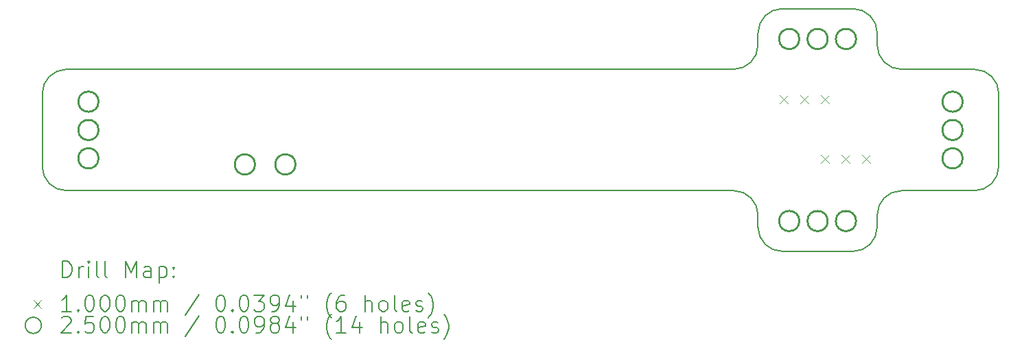
<source format=gbr>
%TF.GenerationSoftware,KiCad,Pcbnew,9.0.0*%
%TF.CreationDate,2025-03-27T20:29:22-05:00*%
%TF.ProjectId,PD_Board_v2,50445f42-6f61-4726-945f-76322e6b6963,rev?*%
%TF.SameCoordinates,Original*%
%TF.FileFunction,Drillmap*%
%TF.FilePolarity,Positive*%
%FSLAX45Y45*%
G04 Gerber Fmt 4.5, Leading zero omitted, Abs format (unit mm)*
G04 Created by KiCad (PCBNEW 9.0.0) date 2025-03-27 20:29:22*
%MOMM*%
%LPD*%
G01*
G04 APERTURE LIST*
%ADD10C,0.200000*%
%ADD11C,0.100000*%
%ADD12C,0.250000*%
G04 APERTURE END LIST*
D10*
X19725000Y-9325000D02*
X20625000Y-9325000D01*
X17955000Y-11125000D02*
X17955000Y-11275000D01*
X19425000Y-9025000D02*
X19425000Y-8875000D01*
X20925000Y-9625000D02*
X20925000Y-10525000D01*
X17655000Y-10825000D02*
X9425000Y-10825000D01*
X19425000Y-11125000D02*
G75*
G02*
X19725000Y-10825000I300000J0D01*
G01*
X9125000Y-9625000D02*
G75*
G02*
X9425000Y-9325000I300000J0D01*
G01*
X19125000Y-8575000D02*
G75*
G02*
X19425000Y-8875000I0J-300000D01*
G01*
X9125000Y-10525000D02*
X9125000Y-9625000D01*
X20625000Y-10825000D02*
X19725000Y-10825000D01*
X17955000Y-8875000D02*
X17955000Y-9025000D01*
X17955000Y-8875000D02*
G75*
G02*
X18255000Y-8575000I300000J0D01*
G01*
X9425000Y-10825000D02*
G75*
G02*
X9125000Y-10525000I0J300000D01*
G01*
X19425000Y-11125000D02*
X19425000Y-11275000D01*
X19725000Y-9325000D02*
G75*
G02*
X19425000Y-9025000I0J300000D01*
G01*
X20625000Y-9325000D02*
G75*
G02*
X20925000Y-9625000I0J-300000D01*
G01*
X17955000Y-9025000D02*
G75*
G02*
X17655000Y-9325000I-300000J0D01*
G01*
X19425000Y-11275000D02*
G75*
G02*
X19125000Y-11575000I-300000J0D01*
G01*
X20925000Y-10525000D02*
G75*
G02*
X20625000Y-10825000I-300000J0D01*
G01*
X9425000Y-9325000D02*
X17655000Y-9325000D01*
X17655000Y-10825000D02*
G75*
G02*
X17955000Y-11125000I0J-300000D01*
G01*
X19125000Y-8575000D02*
X18255000Y-8575000D01*
X18255000Y-11575000D02*
G75*
G02*
X17955000Y-11275000I0J300000D01*
G01*
X19125000Y-11575000D02*
X18255000Y-11575000D01*
D11*
X18222000Y-9645000D02*
X18322000Y-9745000D01*
X18322000Y-9645000D02*
X18222000Y-9745000D01*
X18476000Y-9645000D02*
X18576000Y-9745000D01*
X18576000Y-9645000D02*
X18476000Y-9745000D01*
X18730000Y-9645000D02*
X18830000Y-9745000D01*
X18830000Y-9645000D02*
X18730000Y-9745000D01*
X18733500Y-10385000D02*
X18833500Y-10485000D01*
X18833500Y-10385000D02*
X18733500Y-10485000D01*
X18987500Y-10385000D02*
X19087500Y-10485000D01*
X19087500Y-10385000D02*
X18987500Y-10485000D01*
X19241500Y-10385000D02*
X19341500Y-10485000D01*
X19341500Y-10385000D02*
X19241500Y-10485000D01*
D12*
X9820000Y-9725000D02*
G75*
G02*
X9570000Y-9725000I-125000J0D01*
G01*
X9570000Y-9725000D02*
G75*
G02*
X9820000Y-9725000I125000J0D01*
G01*
X9820000Y-10075000D02*
G75*
G02*
X9570000Y-10075000I-125000J0D01*
G01*
X9570000Y-10075000D02*
G75*
G02*
X9820000Y-10075000I125000J0D01*
G01*
X9820000Y-10425000D02*
G75*
G02*
X9570000Y-10425000I-125000J0D01*
G01*
X9570000Y-10425000D02*
G75*
G02*
X9820000Y-10425000I125000J0D01*
G01*
X11750000Y-10500000D02*
G75*
G02*
X11500000Y-10500000I-125000J0D01*
G01*
X11500000Y-10500000D02*
G75*
G02*
X11750000Y-10500000I125000J0D01*
G01*
X12250000Y-10500000D02*
G75*
G02*
X12000000Y-10500000I-125000J0D01*
G01*
X12000000Y-10500000D02*
G75*
G02*
X12250000Y-10500000I125000J0D01*
G01*
X18465000Y-8950000D02*
G75*
G02*
X18215000Y-8950000I-125000J0D01*
G01*
X18215000Y-8950000D02*
G75*
G02*
X18465000Y-8950000I125000J0D01*
G01*
X18465000Y-11200000D02*
G75*
G02*
X18215000Y-11200000I-125000J0D01*
G01*
X18215000Y-11200000D02*
G75*
G02*
X18465000Y-11200000I125000J0D01*
G01*
X18815000Y-8950000D02*
G75*
G02*
X18565000Y-8950000I-125000J0D01*
G01*
X18565000Y-8950000D02*
G75*
G02*
X18815000Y-8950000I125000J0D01*
G01*
X18815000Y-11200000D02*
G75*
G02*
X18565000Y-11200000I-125000J0D01*
G01*
X18565000Y-11200000D02*
G75*
G02*
X18815000Y-11200000I125000J0D01*
G01*
X19165000Y-8950000D02*
G75*
G02*
X18915000Y-8950000I-125000J0D01*
G01*
X18915000Y-8950000D02*
G75*
G02*
X19165000Y-8950000I125000J0D01*
G01*
X19165000Y-11200000D02*
G75*
G02*
X18915000Y-11200000I-125000J0D01*
G01*
X18915000Y-11200000D02*
G75*
G02*
X19165000Y-11200000I125000J0D01*
G01*
X20480000Y-9725000D02*
G75*
G02*
X20230000Y-9725000I-125000J0D01*
G01*
X20230000Y-9725000D02*
G75*
G02*
X20480000Y-9725000I125000J0D01*
G01*
X20480000Y-10075000D02*
G75*
G02*
X20230000Y-10075000I-125000J0D01*
G01*
X20230000Y-10075000D02*
G75*
G02*
X20480000Y-10075000I125000J0D01*
G01*
X20480000Y-10425000D02*
G75*
G02*
X20230000Y-10425000I-125000J0D01*
G01*
X20230000Y-10425000D02*
G75*
G02*
X20480000Y-10425000I125000J0D01*
G01*
D10*
X9375777Y-11896484D02*
X9375777Y-11696484D01*
X9375777Y-11696484D02*
X9423396Y-11696484D01*
X9423396Y-11696484D02*
X9451967Y-11706008D01*
X9451967Y-11706008D02*
X9471015Y-11725055D01*
X9471015Y-11725055D02*
X9480539Y-11744103D01*
X9480539Y-11744103D02*
X9490063Y-11782198D01*
X9490063Y-11782198D02*
X9490063Y-11810770D01*
X9490063Y-11810770D02*
X9480539Y-11848865D01*
X9480539Y-11848865D02*
X9471015Y-11867912D01*
X9471015Y-11867912D02*
X9451967Y-11886960D01*
X9451967Y-11886960D02*
X9423396Y-11896484D01*
X9423396Y-11896484D02*
X9375777Y-11896484D01*
X9575777Y-11896484D02*
X9575777Y-11763150D01*
X9575777Y-11801246D02*
X9585301Y-11782198D01*
X9585301Y-11782198D02*
X9594824Y-11772674D01*
X9594824Y-11772674D02*
X9613872Y-11763150D01*
X9613872Y-11763150D02*
X9632920Y-11763150D01*
X9699586Y-11896484D02*
X9699586Y-11763150D01*
X9699586Y-11696484D02*
X9690063Y-11706008D01*
X9690063Y-11706008D02*
X9699586Y-11715531D01*
X9699586Y-11715531D02*
X9709110Y-11706008D01*
X9709110Y-11706008D02*
X9699586Y-11696484D01*
X9699586Y-11696484D02*
X9699586Y-11715531D01*
X9823396Y-11896484D02*
X9804348Y-11886960D01*
X9804348Y-11886960D02*
X9794824Y-11867912D01*
X9794824Y-11867912D02*
X9794824Y-11696484D01*
X9928158Y-11896484D02*
X9909110Y-11886960D01*
X9909110Y-11886960D02*
X9899586Y-11867912D01*
X9899586Y-11867912D02*
X9899586Y-11696484D01*
X10156729Y-11896484D02*
X10156729Y-11696484D01*
X10156729Y-11696484D02*
X10223396Y-11839341D01*
X10223396Y-11839341D02*
X10290063Y-11696484D01*
X10290063Y-11696484D02*
X10290063Y-11896484D01*
X10471015Y-11896484D02*
X10471015Y-11791722D01*
X10471015Y-11791722D02*
X10461491Y-11772674D01*
X10461491Y-11772674D02*
X10442444Y-11763150D01*
X10442444Y-11763150D02*
X10404348Y-11763150D01*
X10404348Y-11763150D02*
X10385301Y-11772674D01*
X10471015Y-11886960D02*
X10451967Y-11896484D01*
X10451967Y-11896484D02*
X10404348Y-11896484D01*
X10404348Y-11896484D02*
X10385301Y-11886960D01*
X10385301Y-11886960D02*
X10375777Y-11867912D01*
X10375777Y-11867912D02*
X10375777Y-11848865D01*
X10375777Y-11848865D02*
X10385301Y-11829817D01*
X10385301Y-11829817D02*
X10404348Y-11820293D01*
X10404348Y-11820293D02*
X10451967Y-11820293D01*
X10451967Y-11820293D02*
X10471015Y-11810770D01*
X10566253Y-11763150D02*
X10566253Y-11963150D01*
X10566253Y-11772674D02*
X10585301Y-11763150D01*
X10585301Y-11763150D02*
X10623396Y-11763150D01*
X10623396Y-11763150D02*
X10642444Y-11772674D01*
X10642444Y-11772674D02*
X10651967Y-11782198D01*
X10651967Y-11782198D02*
X10661491Y-11801246D01*
X10661491Y-11801246D02*
X10661491Y-11858389D01*
X10661491Y-11858389D02*
X10651967Y-11877436D01*
X10651967Y-11877436D02*
X10642444Y-11886960D01*
X10642444Y-11886960D02*
X10623396Y-11896484D01*
X10623396Y-11896484D02*
X10585301Y-11896484D01*
X10585301Y-11896484D02*
X10566253Y-11886960D01*
X10747205Y-11877436D02*
X10756729Y-11886960D01*
X10756729Y-11886960D02*
X10747205Y-11896484D01*
X10747205Y-11896484D02*
X10737682Y-11886960D01*
X10737682Y-11886960D02*
X10747205Y-11877436D01*
X10747205Y-11877436D02*
X10747205Y-11896484D01*
X10747205Y-11772674D02*
X10756729Y-11782198D01*
X10756729Y-11782198D02*
X10747205Y-11791722D01*
X10747205Y-11791722D02*
X10737682Y-11782198D01*
X10737682Y-11782198D02*
X10747205Y-11772674D01*
X10747205Y-11772674D02*
X10747205Y-11791722D01*
D11*
X9015000Y-12175000D02*
X9115000Y-12275000D01*
X9115000Y-12175000D02*
X9015000Y-12275000D01*
D10*
X9480539Y-12316484D02*
X9366253Y-12316484D01*
X9423396Y-12316484D02*
X9423396Y-12116484D01*
X9423396Y-12116484D02*
X9404348Y-12145055D01*
X9404348Y-12145055D02*
X9385301Y-12164103D01*
X9385301Y-12164103D02*
X9366253Y-12173627D01*
X9566253Y-12297436D02*
X9575777Y-12306960D01*
X9575777Y-12306960D02*
X9566253Y-12316484D01*
X9566253Y-12316484D02*
X9556729Y-12306960D01*
X9556729Y-12306960D02*
X9566253Y-12297436D01*
X9566253Y-12297436D02*
X9566253Y-12316484D01*
X9699586Y-12116484D02*
X9718634Y-12116484D01*
X9718634Y-12116484D02*
X9737682Y-12126008D01*
X9737682Y-12126008D02*
X9747205Y-12135531D01*
X9747205Y-12135531D02*
X9756729Y-12154579D01*
X9756729Y-12154579D02*
X9766253Y-12192674D01*
X9766253Y-12192674D02*
X9766253Y-12240293D01*
X9766253Y-12240293D02*
X9756729Y-12278389D01*
X9756729Y-12278389D02*
X9747205Y-12297436D01*
X9747205Y-12297436D02*
X9737682Y-12306960D01*
X9737682Y-12306960D02*
X9718634Y-12316484D01*
X9718634Y-12316484D02*
X9699586Y-12316484D01*
X9699586Y-12316484D02*
X9680539Y-12306960D01*
X9680539Y-12306960D02*
X9671015Y-12297436D01*
X9671015Y-12297436D02*
X9661491Y-12278389D01*
X9661491Y-12278389D02*
X9651967Y-12240293D01*
X9651967Y-12240293D02*
X9651967Y-12192674D01*
X9651967Y-12192674D02*
X9661491Y-12154579D01*
X9661491Y-12154579D02*
X9671015Y-12135531D01*
X9671015Y-12135531D02*
X9680539Y-12126008D01*
X9680539Y-12126008D02*
X9699586Y-12116484D01*
X9890063Y-12116484D02*
X9909110Y-12116484D01*
X9909110Y-12116484D02*
X9928158Y-12126008D01*
X9928158Y-12126008D02*
X9937682Y-12135531D01*
X9937682Y-12135531D02*
X9947205Y-12154579D01*
X9947205Y-12154579D02*
X9956729Y-12192674D01*
X9956729Y-12192674D02*
X9956729Y-12240293D01*
X9956729Y-12240293D02*
X9947205Y-12278389D01*
X9947205Y-12278389D02*
X9937682Y-12297436D01*
X9937682Y-12297436D02*
X9928158Y-12306960D01*
X9928158Y-12306960D02*
X9909110Y-12316484D01*
X9909110Y-12316484D02*
X9890063Y-12316484D01*
X9890063Y-12316484D02*
X9871015Y-12306960D01*
X9871015Y-12306960D02*
X9861491Y-12297436D01*
X9861491Y-12297436D02*
X9851967Y-12278389D01*
X9851967Y-12278389D02*
X9842444Y-12240293D01*
X9842444Y-12240293D02*
X9842444Y-12192674D01*
X9842444Y-12192674D02*
X9851967Y-12154579D01*
X9851967Y-12154579D02*
X9861491Y-12135531D01*
X9861491Y-12135531D02*
X9871015Y-12126008D01*
X9871015Y-12126008D02*
X9890063Y-12116484D01*
X10080539Y-12116484D02*
X10099586Y-12116484D01*
X10099586Y-12116484D02*
X10118634Y-12126008D01*
X10118634Y-12126008D02*
X10128158Y-12135531D01*
X10128158Y-12135531D02*
X10137682Y-12154579D01*
X10137682Y-12154579D02*
X10147205Y-12192674D01*
X10147205Y-12192674D02*
X10147205Y-12240293D01*
X10147205Y-12240293D02*
X10137682Y-12278389D01*
X10137682Y-12278389D02*
X10128158Y-12297436D01*
X10128158Y-12297436D02*
X10118634Y-12306960D01*
X10118634Y-12306960D02*
X10099586Y-12316484D01*
X10099586Y-12316484D02*
X10080539Y-12316484D01*
X10080539Y-12316484D02*
X10061491Y-12306960D01*
X10061491Y-12306960D02*
X10051967Y-12297436D01*
X10051967Y-12297436D02*
X10042444Y-12278389D01*
X10042444Y-12278389D02*
X10032920Y-12240293D01*
X10032920Y-12240293D02*
X10032920Y-12192674D01*
X10032920Y-12192674D02*
X10042444Y-12154579D01*
X10042444Y-12154579D02*
X10051967Y-12135531D01*
X10051967Y-12135531D02*
X10061491Y-12126008D01*
X10061491Y-12126008D02*
X10080539Y-12116484D01*
X10232920Y-12316484D02*
X10232920Y-12183150D01*
X10232920Y-12202198D02*
X10242444Y-12192674D01*
X10242444Y-12192674D02*
X10261491Y-12183150D01*
X10261491Y-12183150D02*
X10290063Y-12183150D01*
X10290063Y-12183150D02*
X10309110Y-12192674D01*
X10309110Y-12192674D02*
X10318634Y-12211722D01*
X10318634Y-12211722D02*
X10318634Y-12316484D01*
X10318634Y-12211722D02*
X10328158Y-12192674D01*
X10328158Y-12192674D02*
X10347205Y-12183150D01*
X10347205Y-12183150D02*
X10375777Y-12183150D01*
X10375777Y-12183150D02*
X10394825Y-12192674D01*
X10394825Y-12192674D02*
X10404348Y-12211722D01*
X10404348Y-12211722D02*
X10404348Y-12316484D01*
X10499586Y-12316484D02*
X10499586Y-12183150D01*
X10499586Y-12202198D02*
X10509110Y-12192674D01*
X10509110Y-12192674D02*
X10528158Y-12183150D01*
X10528158Y-12183150D02*
X10556729Y-12183150D01*
X10556729Y-12183150D02*
X10575777Y-12192674D01*
X10575777Y-12192674D02*
X10585301Y-12211722D01*
X10585301Y-12211722D02*
X10585301Y-12316484D01*
X10585301Y-12211722D02*
X10594825Y-12192674D01*
X10594825Y-12192674D02*
X10613872Y-12183150D01*
X10613872Y-12183150D02*
X10642444Y-12183150D01*
X10642444Y-12183150D02*
X10661491Y-12192674D01*
X10661491Y-12192674D02*
X10671015Y-12211722D01*
X10671015Y-12211722D02*
X10671015Y-12316484D01*
X11061491Y-12106960D02*
X10890063Y-12364103D01*
X11318634Y-12116484D02*
X11337682Y-12116484D01*
X11337682Y-12116484D02*
X11356729Y-12126008D01*
X11356729Y-12126008D02*
X11366253Y-12135531D01*
X11366253Y-12135531D02*
X11375777Y-12154579D01*
X11375777Y-12154579D02*
X11385301Y-12192674D01*
X11385301Y-12192674D02*
X11385301Y-12240293D01*
X11385301Y-12240293D02*
X11375777Y-12278389D01*
X11375777Y-12278389D02*
X11366253Y-12297436D01*
X11366253Y-12297436D02*
X11356729Y-12306960D01*
X11356729Y-12306960D02*
X11337682Y-12316484D01*
X11337682Y-12316484D02*
X11318634Y-12316484D01*
X11318634Y-12316484D02*
X11299586Y-12306960D01*
X11299586Y-12306960D02*
X11290063Y-12297436D01*
X11290063Y-12297436D02*
X11280539Y-12278389D01*
X11280539Y-12278389D02*
X11271015Y-12240293D01*
X11271015Y-12240293D02*
X11271015Y-12192674D01*
X11271015Y-12192674D02*
X11280539Y-12154579D01*
X11280539Y-12154579D02*
X11290063Y-12135531D01*
X11290063Y-12135531D02*
X11299586Y-12126008D01*
X11299586Y-12126008D02*
X11318634Y-12116484D01*
X11471015Y-12297436D02*
X11480539Y-12306960D01*
X11480539Y-12306960D02*
X11471015Y-12316484D01*
X11471015Y-12316484D02*
X11461491Y-12306960D01*
X11461491Y-12306960D02*
X11471015Y-12297436D01*
X11471015Y-12297436D02*
X11471015Y-12316484D01*
X11604348Y-12116484D02*
X11623396Y-12116484D01*
X11623396Y-12116484D02*
X11642444Y-12126008D01*
X11642444Y-12126008D02*
X11651967Y-12135531D01*
X11651967Y-12135531D02*
X11661491Y-12154579D01*
X11661491Y-12154579D02*
X11671015Y-12192674D01*
X11671015Y-12192674D02*
X11671015Y-12240293D01*
X11671015Y-12240293D02*
X11661491Y-12278389D01*
X11661491Y-12278389D02*
X11651967Y-12297436D01*
X11651967Y-12297436D02*
X11642444Y-12306960D01*
X11642444Y-12306960D02*
X11623396Y-12316484D01*
X11623396Y-12316484D02*
X11604348Y-12316484D01*
X11604348Y-12316484D02*
X11585301Y-12306960D01*
X11585301Y-12306960D02*
X11575777Y-12297436D01*
X11575777Y-12297436D02*
X11566253Y-12278389D01*
X11566253Y-12278389D02*
X11556729Y-12240293D01*
X11556729Y-12240293D02*
X11556729Y-12192674D01*
X11556729Y-12192674D02*
X11566253Y-12154579D01*
X11566253Y-12154579D02*
X11575777Y-12135531D01*
X11575777Y-12135531D02*
X11585301Y-12126008D01*
X11585301Y-12126008D02*
X11604348Y-12116484D01*
X11737682Y-12116484D02*
X11861491Y-12116484D01*
X11861491Y-12116484D02*
X11794825Y-12192674D01*
X11794825Y-12192674D02*
X11823396Y-12192674D01*
X11823396Y-12192674D02*
X11842444Y-12202198D01*
X11842444Y-12202198D02*
X11851967Y-12211722D01*
X11851967Y-12211722D02*
X11861491Y-12230770D01*
X11861491Y-12230770D02*
X11861491Y-12278389D01*
X11861491Y-12278389D02*
X11851967Y-12297436D01*
X11851967Y-12297436D02*
X11842444Y-12306960D01*
X11842444Y-12306960D02*
X11823396Y-12316484D01*
X11823396Y-12316484D02*
X11766253Y-12316484D01*
X11766253Y-12316484D02*
X11747206Y-12306960D01*
X11747206Y-12306960D02*
X11737682Y-12297436D01*
X11956729Y-12316484D02*
X11994825Y-12316484D01*
X11994825Y-12316484D02*
X12013872Y-12306960D01*
X12013872Y-12306960D02*
X12023396Y-12297436D01*
X12023396Y-12297436D02*
X12042444Y-12268865D01*
X12042444Y-12268865D02*
X12051967Y-12230770D01*
X12051967Y-12230770D02*
X12051967Y-12154579D01*
X12051967Y-12154579D02*
X12042444Y-12135531D01*
X12042444Y-12135531D02*
X12032920Y-12126008D01*
X12032920Y-12126008D02*
X12013872Y-12116484D01*
X12013872Y-12116484D02*
X11975777Y-12116484D01*
X11975777Y-12116484D02*
X11956729Y-12126008D01*
X11956729Y-12126008D02*
X11947206Y-12135531D01*
X11947206Y-12135531D02*
X11937682Y-12154579D01*
X11937682Y-12154579D02*
X11937682Y-12202198D01*
X11937682Y-12202198D02*
X11947206Y-12221246D01*
X11947206Y-12221246D02*
X11956729Y-12230770D01*
X11956729Y-12230770D02*
X11975777Y-12240293D01*
X11975777Y-12240293D02*
X12013872Y-12240293D01*
X12013872Y-12240293D02*
X12032920Y-12230770D01*
X12032920Y-12230770D02*
X12042444Y-12221246D01*
X12042444Y-12221246D02*
X12051967Y-12202198D01*
X12223396Y-12183150D02*
X12223396Y-12316484D01*
X12175777Y-12106960D02*
X12128158Y-12249817D01*
X12128158Y-12249817D02*
X12251967Y-12249817D01*
X12318634Y-12116484D02*
X12318634Y-12154579D01*
X12394825Y-12116484D02*
X12394825Y-12154579D01*
X12690063Y-12392674D02*
X12680539Y-12383150D01*
X12680539Y-12383150D02*
X12661491Y-12354579D01*
X12661491Y-12354579D02*
X12651968Y-12335531D01*
X12651968Y-12335531D02*
X12642444Y-12306960D01*
X12642444Y-12306960D02*
X12632920Y-12259341D01*
X12632920Y-12259341D02*
X12632920Y-12221246D01*
X12632920Y-12221246D02*
X12642444Y-12173627D01*
X12642444Y-12173627D02*
X12651968Y-12145055D01*
X12651968Y-12145055D02*
X12661491Y-12126008D01*
X12661491Y-12126008D02*
X12680539Y-12097436D01*
X12680539Y-12097436D02*
X12690063Y-12087912D01*
X12851968Y-12116484D02*
X12813872Y-12116484D01*
X12813872Y-12116484D02*
X12794825Y-12126008D01*
X12794825Y-12126008D02*
X12785301Y-12135531D01*
X12785301Y-12135531D02*
X12766253Y-12164103D01*
X12766253Y-12164103D02*
X12756729Y-12202198D01*
X12756729Y-12202198D02*
X12756729Y-12278389D01*
X12756729Y-12278389D02*
X12766253Y-12297436D01*
X12766253Y-12297436D02*
X12775777Y-12306960D01*
X12775777Y-12306960D02*
X12794825Y-12316484D01*
X12794825Y-12316484D02*
X12832920Y-12316484D01*
X12832920Y-12316484D02*
X12851968Y-12306960D01*
X12851968Y-12306960D02*
X12861491Y-12297436D01*
X12861491Y-12297436D02*
X12871015Y-12278389D01*
X12871015Y-12278389D02*
X12871015Y-12230770D01*
X12871015Y-12230770D02*
X12861491Y-12211722D01*
X12861491Y-12211722D02*
X12851968Y-12202198D01*
X12851968Y-12202198D02*
X12832920Y-12192674D01*
X12832920Y-12192674D02*
X12794825Y-12192674D01*
X12794825Y-12192674D02*
X12775777Y-12202198D01*
X12775777Y-12202198D02*
X12766253Y-12211722D01*
X12766253Y-12211722D02*
X12756729Y-12230770D01*
X13109110Y-12316484D02*
X13109110Y-12116484D01*
X13194825Y-12316484D02*
X13194825Y-12211722D01*
X13194825Y-12211722D02*
X13185301Y-12192674D01*
X13185301Y-12192674D02*
X13166253Y-12183150D01*
X13166253Y-12183150D02*
X13137682Y-12183150D01*
X13137682Y-12183150D02*
X13118634Y-12192674D01*
X13118634Y-12192674D02*
X13109110Y-12202198D01*
X13318634Y-12316484D02*
X13299587Y-12306960D01*
X13299587Y-12306960D02*
X13290063Y-12297436D01*
X13290063Y-12297436D02*
X13280539Y-12278389D01*
X13280539Y-12278389D02*
X13280539Y-12221246D01*
X13280539Y-12221246D02*
X13290063Y-12202198D01*
X13290063Y-12202198D02*
X13299587Y-12192674D01*
X13299587Y-12192674D02*
X13318634Y-12183150D01*
X13318634Y-12183150D02*
X13347206Y-12183150D01*
X13347206Y-12183150D02*
X13366253Y-12192674D01*
X13366253Y-12192674D02*
X13375777Y-12202198D01*
X13375777Y-12202198D02*
X13385301Y-12221246D01*
X13385301Y-12221246D02*
X13385301Y-12278389D01*
X13385301Y-12278389D02*
X13375777Y-12297436D01*
X13375777Y-12297436D02*
X13366253Y-12306960D01*
X13366253Y-12306960D02*
X13347206Y-12316484D01*
X13347206Y-12316484D02*
X13318634Y-12316484D01*
X13499587Y-12316484D02*
X13480539Y-12306960D01*
X13480539Y-12306960D02*
X13471015Y-12287912D01*
X13471015Y-12287912D02*
X13471015Y-12116484D01*
X13651968Y-12306960D02*
X13632920Y-12316484D01*
X13632920Y-12316484D02*
X13594825Y-12316484D01*
X13594825Y-12316484D02*
X13575777Y-12306960D01*
X13575777Y-12306960D02*
X13566253Y-12287912D01*
X13566253Y-12287912D02*
X13566253Y-12211722D01*
X13566253Y-12211722D02*
X13575777Y-12192674D01*
X13575777Y-12192674D02*
X13594825Y-12183150D01*
X13594825Y-12183150D02*
X13632920Y-12183150D01*
X13632920Y-12183150D02*
X13651968Y-12192674D01*
X13651968Y-12192674D02*
X13661491Y-12211722D01*
X13661491Y-12211722D02*
X13661491Y-12230770D01*
X13661491Y-12230770D02*
X13566253Y-12249817D01*
X13737682Y-12306960D02*
X13756730Y-12316484D01*
X13756730Y-12316484D02*
X13794825Y-12316484D01*
X13794825Y-12316484D02*
X13813872Y-12306960D01*
X13813872Y-12306960D02*
X13823396Y-12287912D01*
X13823396Y-12287912D02*
X13823396Y-12278389D01*
X13823396Y-12278389D02*
X13813872Y-12259341D01*
X13813872Y-12259341D02*
X13794825Y-12249817D01*
X13794825Y-12249817D02*
X13766253Y-12249817D01*
X13766253Y-12249817D02*
X13747206Y-12240293D01*
X13747206Y-12240293D02*
X13737682Y-12221246D01*
X13737682Y-12221246D02*
X13737682Y-12211722D01*
X13737682Y-12211722D02*
X13747206Y-12192674D01*
X13747206Y-12192674D02*
X13766253Y-12183150D01*
X13766253Y-12183150D02*
X13794825Y-12183150D01*
X13794825Y-12183150D02*
X13813872Y-12192674D01*
X13890063Y-12392674D02*
X13899587Y-12383150D01*
X13899587Y-12383150D02*
X13918634Y-12354579D01*
X13918634Y-12354579D02*
X13928158Y-12335531D01*
X13928158Y-12335531D02*
X13937682Y-12306960D01*
X13937682Y-12306960D02*
X13947206Y-12259341D01*
X13947206Y-12259341D02*
X13947206Y-12221246D01*
X13947206Y-12221246D02*
X13937682Y-12173627D01*
X13937682Y-12173627D02*
X13928158Y-12145055D01*
X13928158Y-12145055D02*
X13918634Y-12126008D01*
X13918634Y-12126008D02*
X13899587Y-12097436D01*
X13899587Y-12097436D02*
X13890063Y-12087912D01*
X9115000Y-12489000D02*
G75*
G02*
X8915000Y-12489000I-100000J0D01*
G01*
X8915000Y-12489000D02*
G75*
G02*
X9115000Y-12489000I100000J0D01*
G01*
X9366253Y-12399531D02*
X9375777Y-12390008D01*
X9375777Y-12390008D02*
X9394824Y-12380484D01*
X9394824Y-12380484D02*
X9442444Y-12380484D01*
X9442444Y-12380484D02*
X9461491Y-12390008D01*
X9461491Y-12390008D02*
X9471015Y-12399531D01*
X9471015Y-12399531D02*
X9480539Y-12418579D01*
X9480539Y-12418579D02*
X9480539Y-12437627D01*
X9480539Y-12437627D02*
X9471015Y-12466198D01*
X9471015Y-12466198D02*
X9356729Y-12580484D01*
X9356729Y-12580484D02*
X9480539Y-12580484D01*
X9566253Y-12561436D02*
X9575777Y-12570960D01*
X9575777Y-12570960D02*
X9566253Y-12580484D01*
X9566253Y-12580484D02*
X9556729Y-12570960D01*
X9556729Y-12570960D02*
X9566253Y-12561436D01*
X9566253Y-12561436D02*
X9566253Y-12580484D01*
X9756729Y-12380484D02*
X9661491Y-12380484D01*
X9661491Y-12380484D02*
X9651967Y-12475722D01*
X9651967Y-12475722D02*
X9661491Y-12466198D01*
X9661491Y-12466198D02*
X9680539Y-12456674D01*
X9680539Y-12456674D02*
X9728158Y-12456674D01*
X9728158Y-12456674D02*
X9747205Y-12466198D01*
X9747205Y-12466198D02*
X9756729Y-12475722D01*
X9756729Y-12475722D02*
X9766253Y-12494770D01*
X9766253Y-12494770D02*
X9766253Y-12542389D01*
X9766253Y-12542389D02*
X9756729Y-12561436D01*
X9756729Y-12561436D02*
X9747205Y-12570960D01*
X9747205Y-12570960D02*
X9728158Y-12580484D01*
X9728158Y-12580484D02*
X9680539Y-12580484D01*
X9680539Y-12580484D02*
X9661491Y-12570960D01*
X9661491Y-12570960D02*
X9651967Y-12561436D01*
X9890063Y-12380484D02*
X9909110Y-12380484D01*
X9909110Y-12380484D02*
X9928158Y-12390008D01*
X9928158Y-12390008D02*
X9937682Y-12399531D01*
X9937682Y-12399531D02*
X9947205Y-12418579D01*
X9947205Y-12418579D02*
X9956729Y-12456674D01*
X9956729Y-12456674D02*
X9956729Y-12504293D01*
X9956729Y-12504293D02*
X9947205Y-12542389D01*
X9947205Y-12542389D02*
X9937682Y-12561436D01*
X9937682Y-12561436D02*
X9928158Y-12570960D01*
X9928158Y-12570960D02*
X9909110Y-12580484D01*
X9909110Y-12580484D02*
X9890063Y-12580484D01*
X9890063Y-12580484D02*
X9871015Y-12570960D01*
X9871015Y-12570960D02*
X9861491Y-12561436D01*
X9861491Y-12561436D02*
X9851967Y-12542389D01*
X9851967Y-12542389D02*
X9842444Y-12504293D01*
X9842444Y-12504293D02*
X9842444Y-12456674D01*
X9842444Y-12456674D02*
X9851967Y-12418579D01*
X9851967Y-12418579D02*
X9861491Y-12399531D01*
X9861491Y-12399531D02*
X9871015Y-12390008D01*
X9871015Y-12390008D02*
X9890063Y-12380484D01*
X10080539Y-12380484D02*
X10099586Y-12380484D01*
X10099586Y-12380484D02*
X10118634Y-12390008D01*
X10118634Y-12390008D02*
X10128158Y-12399531D01*
X10128158Y-12399531D02*
X10137682Y-12418579D01*
X10137682Y-12418579D02*
X10147205Y-12456674D01*
X10147205Y-12456674D02*
X10147205Y-12504293D01*
X10147205Y-12504293D02*
X10137682Y-12542389D01*
X10137682Y-12542389D02*
X10128158Y-12561436D01*
X10128158Y-12561436D02*
X10118634Y-12570960D01*
X10118634Y-12570960D02*
X10099586Y-12580484D01*
X10099586Y-12580484D02*
X10080539Y-12580484D01*
X10080539Y-12580484D02*
X10061491Y-12570960D01*
X10061491Y-12570960D02*
X10051967Y-12561436D01*
X10051967Y-12561436D02*
X10042444Y-12542389D01*
X10042444Y-12542389D02*
X10032920Y-12504293D01*
X10032920Y-12504293D02*
X10032920Y-12456674D01*
X10032920Y-12456674D02*
X10042444Y-12418579D01*
X10042444Y-12418579D02*
X10051967Y-12399531D01*
X10051967Y-12399531D02*
X10061491Y-12390008D01*
X10061491Y-12390008D02*
X10080539Y-12380484D01*
X10232920Y-12580484D02*
X10232920Y-12447150D01*
X10232920Y-12466198D02*
X10242444Y-12456674D01*
X10242444Y-12456674D02*
X10261491Y-12447150D01*
X10261491Y-12447150D02*
X10290063Y-12447150D01*
X10290063Y-12447150D02*
X10309110Y-12456674D01*
X10309110Y-12456674D02*
X10318634Y-12475722D01*
X10318634Y-12475722D02*
X10318634Y-12580484D01*
X10318634Y-12475722D02*
X10328158Y-12456674D01*
X10328158Y-12456674D02*
X10347205Y-12447150D01*
X10347205Y-12447150D02*
X10375777Y-12447150D01*
X10375777Y-12447150D02*
X10394825Y-12456674D01*
X10394825Y-12456674D02*
X10404348Y-12475722D01*
X10404348Y-12475722D02*
X10404348Y-12580484D01*
X10499586Y-12580484D02*
X10499586Y-12447150D01*
X10499586Y-12466198D02*
X10509110Y-12456674D01*
X10509110Y-12456674D02*
X10528158Y-12447150D01*
X10528158Y-12447150D02*
X10556729Y-12447150D01*
X10556729Y-12447150D02*
X10575777Y-12456674D01*
X10575777Y-12456674D02*
X10585301Y-12475722D01*
X10585301Y-12475722D02*
X10585301Y-12580484D01*
X10585301Y-12475722D02*
X10594825Y-12456674D01*
X10594825Y-12456674D02*
X10613872Y-12447150D01*
X10613872Y-12447150D02*
X10642444Y-12447150D01*
X10642444Y-12447150D02*
X10661491Y-12456674D01*
X10661491Y-12456674D02*
X10671015Y-12475722D01*
X10671015Y-12475722D02*
X10671015Y-12580484D01*
X11061491Y-12370960D02*
X10890063Y-12628103D01*
X11318634Y-12380484D02*
X11337682Y-12380484D01*
X11337682Y-12380484D02*
X11356729Y-12390008D01*
X11356729Y-12390008D02*
X11366253Y-12399531D01*
X11366253Y-12399531D02*
X11375777Y-12418579D01*
X11375777Y-12418579D02*
X11385301Y-12456674D01*
X11385301Y-12456674D02*
X11385301Y-12504293D01*
X11385301Y-12504293D02*
X11375777Y-12542389D01*
X11375777Y-12542389D02*
X11366253Y-12561436D01*
X11366253Y-12561436D02*
X11356729Y-12570960D01*
X11356729Y-12570960D02*
X11337682Y-12580484D01*
X11337682Y-12580484D02*
X11318634Y-12580484D01*
X11318634Y-12580484D02*
X11299586Y-12570960D01*
X11299586Y-12570960D02*
X11290063Y-12561436D01*
X11290063Y-12561436D02*
X11280539Y-12542389D01*
X11280539Y-12542389D02*
X11271015Y-12504293D01*
X11271015Y-12504293D02*
X11271015Y-12456674D01*
X11271015Y-12456674D02*
X11280539Y-12418579D01*
X11280539Y-12418579D02*
X11290063Y-12399531D01*
X11290063Y-12399531D02*
X11299586Y-12390008D01*
X11299586Y-12390008D02*
X11318634Y-12380484D01*
X11471015Y-12561436D02*
X11480539Y-12570960D01*
X11480539Y-12570960D02*
X11471015Y-12580484D01*
X11471015Y-12580484D02*
X11461491Y-12570960D01*
X11461491Y-12570960D02*
X11471015Y-12561436D01*
X11471015Y-12561436D02*
X11471015Y-12580484D01*
X11604348Y-12380484D02*
X11623396Y-12380484D01*
X11623396Y-12380484D02*
X11642444Y-12390008D01*
X11642444Y-12390008D02*
X11651967Y-12399531D01*
X11651967Y-12399531D02*
X11661491Y-12418579D01*
X11661491Y-12418579D02*
X11671015Y-12456674D01*
X11671015Y-12456674D02*
X11671015Y-12504293D01*
X11671015Y-12504293D02*
X11661491Y-12542389D01*
X11661491Y-12542389D02*
X11651967Y-12561436D01*
X11651967Y-12561436D02*
X11642444Y-12570960D01*
X11642444Y-12570960D02*
X11623396Y-12580484D01*
X11623396Y-12580484D02*
X11604348Y-12580484D01*
X11604348Y-12580484D02*
X11585301Y-12570960D01*
X11585301Y-12570960D02*
X11575777Y-12561436D01*
X11575777Y-12561436D02*
X11566253Y-12542389D01*
X11566253Y-12542389D02*
X11556729Y-12504293D01*
X11556729Y-12504293D02*
X11556729Y-12456674D01*
X11556729Y-12456674D02*
X11566253Y-12418579D01*
X11566253Y-12418579D02*
X11575777Y-12399531D01*
X11575777Y-12399531D02*
X11585301Y-12390008D01*
X11585301Y-12390008D02*
X11604348Y-12380484D01*
X11766253Y-12580484D02*
X11804348Y-12580484D01*
X11804348Y-12580484D02*
X11823396Y-12570960D01*
X11823396Y-12570960D02*
X11832920Y-12561436D01*
X11832920Y-12561436D02*
X11851967Y-12532865D01*
X11851967Y-12532865D02*
X11861491Y-12494770D01*
X11861491Y-12494770D02*
X11861491Y-12418579D01*
X11861491Y-12418579D02*
X11851967Y-12399531D01*
X11851967Y-12399531D02*
X11842444Y-12390008D01*
X11842444Y-12390008D02*
X11823396Y-12380484D01*
X11823396Y-12380484D02*
X11785301Y-12380484D01*
X11785301Y-12380484D02*
X11766253Y-12390008D01*
X11766253Y-12390008D02*
X11756729Y-12399531D01*
X11756729Y-12399531D02*
X11747206Y-12418579D01*
X11747206Y-12418579D02*
X11747206Y-12466198D01*
X11747206Y-12466198D02*
X11756729Y-12485246D01*
X11756729Y-12485246D02*
X11766253Y-12494770D01*
X11766253Y-12494770D02*
X11785301Y-12504293D01*
X11785301Y-12504293D02*
X11823396Y-12504293D01*
X11823396Y-12504293D02*
X11842444Y-12494770D01*
X11842444Y-12494770D02*
X11851967Y-12485246D01*
X11851967Y-12485246D02*
X11861491Y-12466198D01*
X11975777Y-12466198D02*
X11956729Y-12456674D01*
X11956729Y-12456674D02*
X11947206Y-12447150D01*
X11947206Y-12447150D02*
X11937682Y-12428103D01*
X11937682Y-12428103D02*
X11937682Y-12418579D01*
X11937682Y-12418579D02*
X11947206Y-12399531D01*
X11947206Y-12399531D02*
X11956729Y-12390008D01*
X11956729Y-12390008D02*
X11975777Y-12380484D01*
X11975777Y-12380484D02*
X12013872Y-12380484D01*
X12013872Y-12380484D02*
X12032920Y-12390008D01*
X12032920Y-12390008D02*
X12042444Y-12399531D01*
X12042444Y-12399531D02*
X12051967Y-12418579D01*
X12051967Y-12418579D02*
X12051967Y-12428103D01*
X12051967Y-12428103D02*
X12042444Y-12447150D01*
X12042444Y-12447150D02*
X12032920Y-12456674D01*
X12032920Y-12456674D02*
X12013872Y-12466198D01*
X12013872Y-12466198D02*
X11975777Y-12466198D01*
X11975777Y-12466198D02*
X11956729Y-12475722D01*
X11956729Y-12475722D02*
X11947206Y-12485246D01*
X11947206Y-12485246D02*
X11937682Y-12504293D01*
X11937682Y-12504293D02*
X11937682Y-12542389D01*
X11937682Y-12542389D02*
X11947206Y-12561436D01*
X11947206Y-12561436D02*
X11956729Y-12570960D01*
X11956729Y-12570960D02*
X11975777Y-12580484D01*
X11975777Y-12580484D02*
X12013872Y-12580484D01*
X12013872Y-12580484D02*
X12032920Y-12570960D01*
X12032920Y-12570960D02*
X12042444Y-12561436D01*
X12042444Y-12561436D02*
X12051967Y-12542389D01*
X12051967Y-12542389D02*
X12051967Y-12504293D01*
X12051967Y-12504293D02*
X12042444Y-12485246D01*
X12042444Y-12485246D02*
X12032920Y-12475722D01*
X12032920Y-12475722D02*
X12013872Y-12466198D01*
X12223396Y-12447150D02*
X12223396Y-12580484D01*
X12175777Y-12370960D02*
X12128158Y-12513817D01*
X12128158Y-12513817D02*
X12251967Y-12513817D01*
X12318634Y-12380484D02*
X12318634Y-12418579D01*
X12394825Y-12380484D02*
X12394825Y-12418579D01*
X12690063Y-12656674D02*
X12680539Y-12647150D01*
X12680539Y-12647150D02*
X12661491Y-12618579D01*
X12661491Y-12618579D02*
X12651968Y-12599531D01*
X12651968Y-12599531D02*
X12642444Y-12570960D01*
X12642444Y-12570960D02*
X12632920Y-12523341D01*
X12632920Y-12523341D02*
X12632920Y-12485246D01*
X12632920Y-12485246D02*
X12642444Y-12437627D01*
X12642444Y-12437627D02*
X12651968Y-12409055D01*
X12651968Y-12409055D02*
X12661491Y-12390008D01*
X12661491Y-12390008D02*
X12680539Y-12361436D01*
X12680539Y-12361436D02*
X12690063Y-12351912D01*
X12871015Y-12580484D02*
X12756729Y-12580484D01*
X12813872Y-12580484D02*
X12813872Y-12380484D01*
X12813872Y-12380484D02*
X12794825Y-12409055D01*
X12794825Y-12409055D02*
X12775777Y-12428103D01*
X12775777Y-12428103D02*
X12756729Y-12437627D01*
X13042444Y-12447150D02*
X13042444Y-12580484D01*
X12994825Y-12370960D02*
X12947206Y-12513817D01*
X12947206Y-12513817D02*
X13071015Y-12513817D01*
X13299587Y-12580484D02*
X13299587Y-12380484D01*
X13385301Y-12580484D02*
X13385301Y-12475722D01*
X13385301Y-12475722D02*
X13375777Y-12456674D01*
X13375777Y-12456674D02*
X13356730Y-12447150D01*
X13356730Y-12447150D02*
X13328158Y-12447150D01*
X13328158Y-12447150D02*
X13309110Y-12456674D01*
X13309110Y-12456674D02*
X13299587Y-12466198D01*
X13509110Y-12580484D02*
X13490063Y-12570960D01*
X13490063Y-12570960D02*
X13480539Y-12561436D01*
X13480539Y-12561436D02*
X13471015Y-12542389D01*
X13471015Y-12542389D02*
X13471015Y-12485246D01*
X13471015Y-12485246D02*
X13480539Y-12466198D01*
X13480539Y-12466198D02*
X13490063Y-12456674D01*
X13490063Y-12456674D02*
X13509110Y-12447150D01*
X13509110Y-12447150D02*
X13537682Y-12447150D01*
X13537682Y-12447150D02*
X13556730Y-12456674D01*
X13556730Y-12456674D02*
X13566253Y-12466198D01*
X13566253Y-12466198D02*
X13575777Y-12485246D01*
X13575777Y-12485246D02*
X13575777Y-12542389D01*
X13575777Y-12542389D02*
X13566253Y-12561436D01*
X13566253Y-12561436D02*
X13556730Y-12570960D01*
X13556730Y-12570960D02*
X13537682Y-12580484D01*
X13537682Y-12580484D02*
X13509110Y-12580484D01*
X13690063Y-12580484D02*
X13671015Y-12570960D01*
X13671015Y-12570960D02*
X13661491Y-12551912D01*
X13661491Y-12551912D02*
X13661491Y-12380484D01*
X13842444Y-12570960D02*
X13823396Y-12580484D01*
X13823396Y-12580484D02*
X13785301Y-12580484D01*
X13785301Y-12580484D02*
X13766253Y-12570960D01*
X13766253Y-12570960D02*
X13756730Y-12551912D01*
X13756730Y-12551912D02*
X13756730Y-12475722D01*
X13756730Y-12475722D02*
X13766253Y-12456674D01*
X13766253Y-12456674D02*
X13785301Y-12447150D01*
X13785301Y-12447150D02*
X13823396Y-12447150D01*
X13823396Y-12447150D02*
X13842444Y-12456674D01*
X13842444Y-12456674D02*
X13851968Y-12475722D01*
X13851968Y-12475722D02*
X13851968Y-12494770D01*
X13851968Y-12494770D02*
X13756730Y-12513817D01*
X13928158Y-12570960D02*
X13947206Y-12580484D01*
X13947206Y-12580484D02*
X13985301Y-12580484D01*
X13985301Y-12580484D02*
X14004349Y-12570960D01*
X14004349Y-12570960D02*
X14013872Y-12551912D01*
X14013872Y-12551912D02*
X14013872Y-12542389D01*
X14013872Y-12542389D02*
X14004349Y-12523341D01*
X14004349Y-12523341D02*
X13985301Y-12513817D01*
X13985301Y-12513817D02*
X13956730Y-12513817D01*
X13956730Y-12513817D02*
X13937682Y-12504293D01*
X13937682Y-12504293D02*
X13928158Y-12485246D01*
X13928158Y-12485246D02*
X13928158Y-12475722D01*
X13928158Y-12475722D02*
X13937682Y-12456674D01*
X13937682Y-12456674D02*
X13956730Y-12447150D01*
X13956730Y-12447150D02*
X13985301Y-12447150D01*
X13985301Y-12447150D02*
X14004349Y-12456674D01*
X14080539Y-12656674D02*
X14090063Y-12647150D01*
X14090063Y-12647150D02*
X14109111Y-12618579D01*
X14109111Y-12618579D02*
X14118634Y-12599531D01*
X14118634Y-12599531D02*
X14128158Y-12570960D01*
X14128158Y-12570960D02*
X14137682Y-12523341D01*
X14137682Y-12523341D02*
X14137682Y-12485246D01*
X14137682Y-12485246D02*
X14128158Y-12437627D01*
X14128158Y-12437627D02*
X14118634Y-12409055D01*
X14118634Y-12409055D02*
X14109111Y-12390008D01*
X14109111Y-12390008D02*
X14090063Y-12361436D01*
X14090063Y-12361436D02*
X14080539Y-12351912D01*
M02*

</source>
